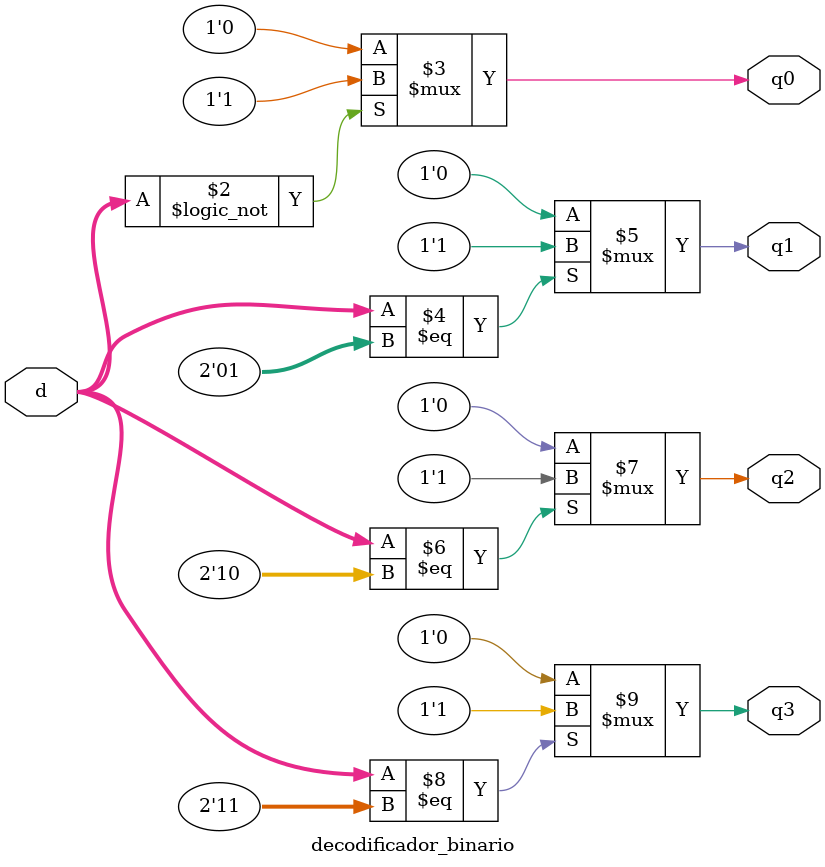
<source format=sv>
`timescale 1ns / 1ps


module decodificador_binario(
    input logic [1:0] d ,
    output logic q0,
    output logic q1,
    output logic q2,
    output logic q3
    );
    
    always_comb begin
         q0 = (d == 2'b00) ? 1'b1 : 1'b0; // si es vdd y 0 si es falso
         q1 = (d == 2'b01) ? 1'b1 : 1'b0;
         q2 = (d == 2'b10) ? 1'b1 : 1'b0;
         q3 = (d == 2'b11) ? 1'b1 : 1'b0;  
    end
endmodule

</source>
